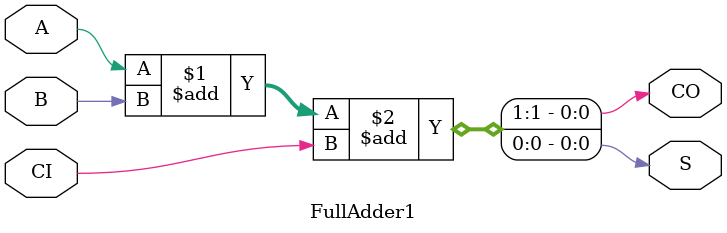
<source format=v>
`timescale 1ns / 1ps


module FullAdder1(
    input A,
    input B,
    input CI,
    output S,
    output CO
    );
    assign {CO, S} = A + B + CI;
endmodule

</source>
